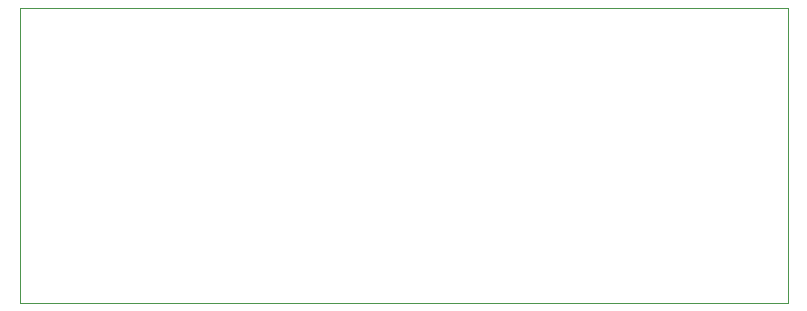
<source format=gbr>
%TF.GenerationSoftware,KiCad,Pcbnew,9.0.1*%
%TF.CreationDate,2025-05-19T19:35:20-05:00*%
%TF.ProjectId,n64_gamecat_rp2350b,6e36345f-6761-46d6-9563-61745f727032,rev?*%
%TF.SameCoordinates,Original*%
%TF.FileFunction,Legend,Bot*%
%TF.FilePolarity,Positive*%
%FSLAX46Y46*%
G04 Gerber Fmt 4.6, Leading zero omitted, Abs format (unit mm)*
G04 Created by KiCad (PCBNEW 9.0.1) date 2025-05-19 19:35:20*
%MOMM*%
%LPD*%
G01*
G04 APERTURE LIST*
%ADD10C,0.120000*%
G04 APERTURE END LIST*
D10*
%TO.C,U3*%
X101500000Y-130500000D02*
X166500000Y-130500000D01*
X101500000Y-155500000D02*
X101500000Y-130500000D01*
X166500000Y-130500000D02*
X166500000Y-155500000D01*
X166500000Y-155500000D02*
X101500000Y-155500000D01*
%TD*%
M02*

</source>
